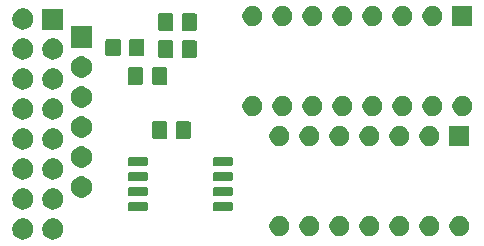
<source format=gbr>
G04 #@! TF.GenerationSoftware,KiCad,Pcbnew,5.1.5+dfsg1-2build2*
G04 #@! TF.CreationDate,2022-11-08T07:02:07+00:00*
G04 #@! TF.ProjectId,link-up-serial,6c696e6b-2d75-4702-9d73-657269616c2e,rev?*
G04 #@! TF.SameCoordinates,Original*
G04 #@! TF.FileFunction,Soldermask,Top*
G04 #@! TF.FilePolarity,Negative*
%FSLAX46Y46*%
G04 Gerber Fmt 4.6, Leading zero omitted, Abs format (unit mm)*
G04 Created by KiCad (PCBNEW 5.1.5+dfsg1-2build2) date 2022-11-08 07:02:07*
%MOMM*%
%LPD*%
G04 APERTURE LIST*
%ADD10C,0.100000*%
G04 APERTURE END LIST*
D10*
G36*
X96493512Y-120503927D02*
G01*
X96642812Y-120533624D01*
X96806784Y-120601544D01*
X96954354Y-120700147D01*
X97079853Y-120825646D01*
X97178456Y-120973216D01*
X97246376Y-121137188D01*
X97281000Y-121311259D01*
X97281000Y-121488741D01*
X97246376Y-121662812D01*
X97178456Y-121826784D01*
X97079853Y-121974354D01*
X96954354Y-122099853D01*
X96806784Y-122198456D01*
X96642812Y-122266376D01*
X96493512Y-122296073D01*
X96468742Y-122301000D01*
X96291258Y-122301000D01*
X96266488Y-122296073D01*
X96117188Y-122266376D01*
X95953216Y-122198456D01*
X95805646Y-122099853D01*
X95680147Y-121974354D01*
X95581544Y-121826784D01*
X95513624Y-121662812D01*
X95479000Y-121488741D01*
X95479000Y-121311259D01*
X95513624Y-121137188D01*
X95581544Y-120973216D01*
X95680147Y-120825646D01*
X95805646Y-120700147D01*
X95953216Y-120601544D01*
X96117188Y-120533624D01*
X96266488Y-120503927D01*
X96291258Y-120499000D01*
X96468742Y-120499000D01*
X96493512Y-120503927D01*
G37*
G36*
X93953512Y-120503927D02*
G01*
X94102812Y-120533624D01*
X94266784Y-120601544D01*
X94414354Y-120700147D01*
X94539853Y-120825646D01*
X94638456Y-120973216D01*
X94706376Y-121137188D01*
X94741000Y-121311259D01*
X94741000Y-121488741D01*
X94706376Y-121662812D01*
X94638456Y-121826784D01*
X94539853Y-121974354D01*
X94414354Y-122099853D01*
X94266784Y-122198456D01*
X94102812Y-122266376D01*
X93953512Y-122296073D01*
X93928742Y-122301000D01*
X93751258Y-122301000D01*
X93726488Y-122296073D01*
X93577188Y-122266376D01*
X93413216Y-122198456D01*
X93265646Y-122099853D01*
X93140147Y-121974354D01*
X93041544Y-121826784D01*
X92973624Y-121662812D01*
X92939000Y-121488741D01*
X92939000Y-121311259D01*
X92973624Y-121137188D01*
X93041544Y-120973216D01*
X93140147Y-120825646D01*
X93265646Y-120700147D01*
X93413216Y-120601544D01*
X93577188Y-120533624D01*
X93726488Y-120503927D01*
X93751258Y-120499000D01*
X93928742Y-120499000D01*
X93953512Y-120503927D01*
G37*
G36*
X120898228Y-120339703D02*
G01*
X121053100Y-120403853D01*
X121192481Y-120496985D01*
X121311015Y-120615519D01*
X121404147Y-120754900D01*
X121468297Y-120909772D01*
X121501000Y-121074184D01*
X121501000Y-121241816D01*
X121468297Y-121406228D01*
X121404147Y-121561100D01*
X121311015Y-121700481D01*
X121192481Y-121819015D01*
X121053100Y-121912147D01*
X120898228Y-121976297D01*
X120733816Y-122009000D01*
X120566184Y-122009000D01*
X120401772Y-121976297D01*
X120246900Y-121912147D01*
X120107519Y-121819015D01*
X119988985Y-121700481D01*
X119895853Y-121561100D01*
X119831703Y-121406228D01*
X119799000Y-121241816D01*
X119799000Y-121074184D01*
X119831703Y-120909772D01*
X119895853Y-120754900D01*
X119988985Y-120615519D01*
X120107519Y-120496985D01*
X120246900Y-120403853D01*
X120401772Y-120339703D01*
X120566184Y-120307000D01*
X120733816Y-120307000D01*
X120898228Y-120339703D01*
G37*
G36*
X123438228Y-120339703D02*
G01*
X123593100Y-120403853D01*
X123732481Y-120496985D01*
X123851015Y-120615519D01*
X123944147Y-120754900D01*
X124008297Y-120909772D01*
X124041000Y-121074184D01*
X124041000Y-121241816D01*
X124008297Y-121406228D01*
X123944147Y-121561100D01*
X123851015Y-121700481D01*
X123732481Y-121819015D01*
X123593100Y-121912147D01*
X123438228Y-121976297D01*
X123273816Y-122009000D01*
X123106184Y-122009000D01*
X122941772Y-121976297D01*
X122786900Y-121912147D01*
X122647519Y-121819015D01*
X122528985Y-121700481D01*
X122435853Y-121561100D01*
X122371703Y-121406228D01*
X122339000Y-121241816D01*
X122339000Y-121074184D01*
X122371703Y-120909772D01*
X122435853Y-120754900D01*
X122528985Y-120615519D01*
X122647519Y-120496985D01*
X122786900Y-120403853D01*
X122941772Y-120339703D01*
X123106184Y-120307000D01*
X123273816Y-120307000D01*
X123438228Y-120339703D01*
G37*
G36*
X131058228Y-120339703D02*
G01*
X131213100Y-120403853D01*
X131352481Y-120496985D01*
X131471015Y-120615519D01*
X131564147Y-120754900D01*
X131628297Y-120909772D01*
X131661000Y-121074184D01*
X131661000Y-121241816D01*
X131628297Y-121406228D01*
X131564147Y-121561100D01*
X131471015Y-121700481D01*
X131352481Y-121819015D01*
X131213100Y-121912147D01*
X131058228Y-121976297D01*
X130893816Y-122009000D01*
X130726184Y-122009000D01*
X130561772Y-121976297D01*
X130406900Y-121912147D01*
X130267519Y-121819015D01*
X130148985Y-121700481D01*
X130055853Y-121561100D01*
X129991703Y-121406228D01*
X129959000Y-121241816D01*
X129959000Y-121074184D01*
X129991703Y-120909772D01*
X130055853Y-120754900D01*
X130148985Y-120615519D01*
X130267519Y-120496985D01*
X130406900Y-120403853D01*
X130561772Y-120339703D01*
X130726184Y-120307000D01*
X130893816Y-120307000D01*
X131058228Y-120339703D01*
G37*
G36*
X125978228Y-120339703D02*
G01*
X126133100Y-120403853D01*
X126272481Y-120496985D01*
X126391015Y-120615519D01*
X126484147Y-120754900D01*
X126548297Y-120909772D01*
X126581000Y-121074184D01*
X126581000Y-121241816D01*
X126548297Y-121406228D01*
X126484147Y-121561100D01*
X126391015Y-121700481D01*
X126272481Y-121819015D01*
X126133100Y-121912147D01*
X125978228Y-121976297D01*
X125813816Y-122009000D01*
X125646184Y-122009000D01*
X125481772Y-121976297D01*
X125326900Y-121912147D01*
X125187519Y-121819015D01*
X125068985Y-121700481D01*
X124975853Y-121561100D01*
X124911703Y-121406228D01*
X124879000Y-121241816D01*
X124879000Y-121074184D01*
X124911703Y-120909772D01*
X124975853Y-120754900D01*
X125068985Y-120615519D01*
X125187519Y-120496985D01*
X125326900Y-120403853D01*
X125481772Y-120339703D01*
X125646184Y-120307000D01*
X125813816Y-120307000D01*
X125978228Y-120339703D01*
G37*
G36*
X128518228Y-120339703D02*
G01*
X128673100Y-120403853D01*
X128812481Y-120496985D01*
X128931015Y-120615519D01*
X129024147Y-120754900D01*
X129088297Y-120909772D01*
X129121000Y-121074184D01*
X129121000Y-121241816D01*
X129088297Y-121406228D01*
X129024147Y-121561100D01*
X128931015Y-121700481D01*
X128812481Y-121819015D01*
X128673100Y-121912147D01*
X128518228Y-121976297D01*
X128353816Y-122009000D01*
X128186184Y-122009000D01*
X128021772Y-121976297D01*
X127866900Y-121912147D01*
X127727519Y-121819015D01*
X127608985Y-121700481D01*
X127515853Y-121561100D01*
X127451703Y-121406228D01*
X127419000Y-121241816D01*
X127419000Y-121074184D01*
X127451703Y-120909772D01*
X127515853Y-120754900D01*
X127608985Y-120615519D01*
X127727519Y-120496985D01*
X127866900Y-120403853D01*
X128021772Y-120339703D01*
X128186184Y-120307000D01*
X128353816Y-120307000D01*
X128518228Y-120339703D01*
G37*
G36*
X115818228Y-120339703D02*
G01*
X115973100Y-120403853D01*
X116112481Y-120496985D01*
X116231015Y-120615519D01*
X116324147Y-120754900D01*
X116388297Y-120909772D01*
X116421000Y-121074184D01*
X116421000Y-121241816D01*
X116388297Y-121406228D01*
X116324147Y-121561100D01*
X116231015Y-121700481D01*
X116112481Y-121819015D01*
X115973100Y-121912147D01*
X115818228Y-121976297D01*
X115653816Y-122009000D01*
X115486184Y-122009000D01*
X115321772Y-121976297D01*
X115166900Y-121912147D01*
X115027519Y-121819015D01*
X114908985Y-121700481D01*
X114815853Y-121561100D01*
X114751703Y-121406228D01*
X114719000Y-121241816D01*
X114719000Y-121074184D01*
X114751703Y-120909772D01*
X114815853Y-120754900D01*
X114908985Y-120615519D01*
X115027519Y-120496985D01*
X115166900Y-120403853D01*
X115321772Y-120339703D01*
X115486184Y-120307000D01*
X115653816Y-120307000D01*
X115818228Y-120339703D01*
G37*
G36*
X118358228Y-120339703D02*
G01*
X118513100Y-120403853D01*
X118652481Y-120496985D01*
X118771015Y-120615519D01*
X118864147Y-120754900D01*
X118928297Y-120909772D01*
X118961000Y-121074184D01*
X118961000Y-121241816D01*
X118928297Y-121406228D01*
X118864147Y-121561100D01*
X118771015Y-121700481D01*
X118652481Y-121819015D01*
X118513100Y-121912147D01*
X118358228Y-121976297D01*
X118193816Y-122009000D01*
X118026184Y-122009000D01*
X117861772Y-121976297D01*
X117706900Y-121912147D01*
X117567519Y-121819015D01*
X117448985Y-121700481D01*
X117355853Y-121561100D01*
X117291703Y-121406228D01*
X117259000Y-121241816D01*
X117259000Y-121074184D01*
X117291703Y-120909772D01*
X117355853Y-120754900D01*
X117448985Y-120615519D01*
X117567519Y-120496985D01*
X117706900Y-120403853D01*
X117861772Y-120339703D01*
X118026184Y-120307000D01*
X118193816Y-120307000D01*
X118358228Y-120339703D01*
G37*
G36*
X104347928Y-119158764D02*
G01*
X104369009Y-119165160D01*
X104388445Y-119175548D01*
X104405476Y-119189524D01*
X104419452Y-119206555D01*
X104429840Y-119225991D01*
X104436236Y-119247072D01*
X104439000Y-119275140D01*
X104439000Y-119738860D01*
X104436236Y-119766928D01*
X104429840Y-119788009D01*
X104419452Y-119807445D01*
X104405476Y-119824476D01*
X104388445Y-119838452D01*
X104369009Y-119848840D01*
X104347928Y-119855236D01*
X104319860Y-119858000D01*
X102856140Y-119858000D01*
X102828072Y-119855236D01*
X102806991Y-119848840D01*
X102787555Y-119838452D01*
X102770524Y-119824476D01*
X102756548Y-119807445D01*
X102746160Y-119788009D01*
X102739764Y-119766928D01*
X102737000Y-119738860D01*
X102737000Y-119275140D01*
X102739764Y-119247072D01*
X102746160Y-119225991D01*
X102756548Y-119206555D01*
X102770524Y-119189524D01*
X102787555Y-119175548D01*
X102806991Y-119165160D01*
X102828072Y-119158764D01*
X102856140Y-119156000D01*
X104319860Y-119156000D01*
X104347928Y-119158764D01*
G37*
G36*
X111547928Y-119158764D02*
G01*
X111569009Y-119165160D01*
X111588445Y-119175548D01*
X111605476Y-119189524D01*
X111619452Y-119206555D01*
X111629840Y-119225991D01*
X111636236Y-119247072D01*
X111639000Y-119275140D01*
X111639000Y-119738860D01*
X111636236Y-119766928D01*
X111629840Y-119788009D01*
X111619452Y-119807445D01*
X111605476Y-119824476D01*
X111588445Y-119838452D01*
X111569009Y-119848840D01*
X111547928Y-119855236D01*
X111519860Y-119858000D01*
X110056140Y-119858000D01*
X110028072Y-119855236D01*
X110006991Y-119848840D01*
X109987555Y-119838452D01*
X109970524Y-119824476D01*
X109956548Y-119807445D01*
X109946160Y-119788009D01*
X109939764Y-119766928D01*
X109937000Y-119738860D01*
X109937000Y-119275140D01*
X109939764Y-119247072D01*
X109946160Y-119225991D01*
X109956548Y-119206555D01*
X109970524Y-119189524D01*
X109987555Y-119175548D01*
X110006991Y-119165160D01*
X110028072Y-119158764D01*
X110056140Y-119156000D01*
X111519860Y-119156000D01*
X111547928Y-119158764D01*
G37*
G36*
X96493512Y-117963927D02*
G01*
X96642812Y-117993624D01*
X96806784Y-118061544D01*
X96954354Y-118160147D01*
X97079853Y-118285646D01*
X97178456Y-118433216D01*
X97246376Y-118597188D01*
X97281000Y-118771259D01*
X97281000Y-118948741D01*
X97246376Y-119122812D01*
X97178456Y-119286784D01*
X97079853Y-119434354D01*
X96954354Y-119559853D01*
X96806784Y-119658456D01*
X96642812Y-119726376D01*
X96493512Y-119756073D01*
X96468742Y-119761000D01*
X96291258Y-119761000D01*
X96266488Y-119756073D01*
X96117188Y-119726376D01*
X95953216Y-119658456D01*
X95805646Y-119559853D01*
X95680147Y-119434354D01*
X95581544Y-119286784D01*
X95513624Y-119122812D01*
X95479000Y-118948741D01*
X95479000Y-118771259D01*
X95513624Y-118597188D01*
X95581544Y-118433216D01*
X95680147Y-118285646D01*
X95805646Y-118160147D01*
X95953216Y-118061544D01*
X96117188Y-117993624D01*
X96266488Y-117963927D01*
X96291258Y-117959000D01*
X96468742Y-117959000D01*
X96493512Y-117963927D01*
G37*
G36*
X93953512Y-117963927D02*
G01*
X94102812Y-117993624D01*
X94266784Y-118061544D01*
X94414354Y-118160147D01*
X94539853Y-118285646D01*
X94638456Y-118433216D01*
X94706376Y-118597188D01*
X94741000Y-118771259D01*
X94741000Y-118948741D01*
X94706376Y-119122812D01*
X94638456Y-119286784D01*
X94539853Y-119434354D01*
X94414354Y-119559853D01*
X94266784Y-119658456D01*
X94102812Y-119726376D01*
X93953512Y-119756073D01*
X93928742Y-119761000D01*
X93751258Y-119761000D01*
X93726488Y-119756073D01*
X93577188Y-119726376D01*
X93413216Y-119658456D01*
X93265646Y-119559853D01*
X93140147Y-119434354D01*
X93041544Y-119286784D01*
X92973624Y-119122812D01*
X92939000Y-118948741D01*
X92939000Y-118771259D01*
X92973624Y-118597188D01*
X93041544Y-118433216D01*
X93140147Y-118285646D01*
X93265646Y-118160147D01*
X93413216Y-118061544D01*
X93577188Y-117993624D01*
X93726488Y-117963927D01*
X93751258Y-117959000D01*
X93928742Y-117959000D01*
X93953512Y-117963927D01*
G37*
G36*
X98919512Y-116959927D02*
G01*
X99068812Y-116989624D01*
X99232784Y-117057544D01*
X99380354Y-117156147D01*
X99505853Y-117281646D01*
X99604456Y-117429216D01*
X99672376Y-117593188D01*
X99707000Y-117767259D01*
X99707000Y-117944741D01*
X99672376Y-118118812D01*
X99604456Y-118282784D01*
X99505853Y-118430354D01*
X99380354Y-118555853D01*
X99232784Y-118654456D01*
X99068812Y-118722376D01*
X98919512Y-118752073D01*
X98894742Y-118757000D01*
X98717258Y-118757000D01*
X98692488Y-118752073D01*
X98543188Y-118722376D01*
X98379216Y-118654456D01*
X98231646Y-118555853D01*
X98106147Y-118430354D01*
X98007544Y-118282784D01*
X97939624Y-118118812D01*
X97905000Y-117944741D01*
X97905000Y-117767259D01*
X97939624Y-117593188D01*
X98007544Y-117429216D01*
X98106147Y-117281646D01*
X98231646Y-117156147D01*
X98379216Y-117057544D01*
X98543188Y-116989624D01*
X98692488Y-116959927D01*
X98717258Y-116955000D01*
X98894742Y-116955000D01*
X98919512Y-116959927D01*
G37*
G36*
X111547928Y-117888764D02*
G01*
X111569009Y-117895160D01*
X111588445Y-117905548D01*
X111605476Y-117919524D01*
X111619452Y-117936555D01*
X111629840Y-117955991D01*
X111636236Y-117977072D01*
X111639000Y-118005140D01*
X111639000Y-118468860D01*
X111636236Y-118496928D01*
X111629840Y-118518009D01*
X111619452Y-118537445D01*
X111605476Y-118554476D01*
X111588445Y-118568452D01*
X111569009Y-118578840D01*
X111547928Y-118585236D01*
X111519860Y-118588000D01*
X110056140Y-118588000D01*
X110028072Y-118585236D01*
X110006991Y-118578840D01*
X109987555Y-118568452D01*
X109970524Y-118554476D01*
X109956548Y-118537445D01*
X109946160Y-118518009D01*
X109939764Y-118496928D01*
X109937000Y-118468860D01*
X109937000Y-118005140D01*
X109939764Y-117977072D01*
X109946160Y-117955991D01*
X109956548Y-117936555D01*
X109970524Y-117919524D01*
X109987555Y-117905548D01*
X110006991Y-117895160D01*
X110028072Y-117888764D01*
X110056140Y-117886000D01*
X111519860Y-117886000D01*
X111547928Y-117888764D01*
G37*
G36*
X104347928Y-117888764D02*
G01*
X104369009Y-117895160D01*
X104388445Y-117905548D01*
X104405476Y-117919524D01*
X104419452Y-117936555D01*
X104429840Y-117955991D01*
X104436236Y-117977072D01*
X104439000Y-118005140D01*
X104439000Y-118468860D01*
X104436236Y-118496928D01*
X104429840Y-118518009D01*
X104419452Y-118537445D01*
X104405476Y-118554476D01*
X104388445Y-118568452D01*
X104369009Y-118578840D01*
X104347928Y-118585236D01*
X104319860Y-118588000D01*
X102856140Y-118588000D01*
X102828072Y-118585236D01*
X102806991Y-118578840D01*
X102787555Y-118568452D01*
X102770524Y-118554476D01*
X102756548Y-118537445D01*
X102746160Y-118518009D01*
X102739764Y-118496928D01*
X102737000Y-118468860D01*
X102737000Y-118005140D01*
X102739764Y-117977072D01*
X102746160Y-117955991D01*
X102756548Y-117936555D01*
X102770524Y-117919524D01*
X102787555Y-117905548D01*
X102806991Y-117895160D01*
X102828072Y-117888764D01*
X102856140Y-117886000D01*
X104319860Y-117886000D01*
X104347928Y-117888764D01*
G37*
G36*
X104347928Y-116618764D02*
G01*
X104369009Y-116625160D01*
X104388445Y-116635548D01*
X104405476Y-116649524D01*
X104419452Y-116666555D01*
X104429840Y-116685991D01*
X104436236Y-116707072D01*
X104439000Y-116735140D01*
X104439000Y-117198860D01*
X104436236Y-117226928D01*
X104429840Y-117248009D01*
X104419452Y-117267445D01*
X104405476Y-117284476D01*
X104388445Y-117298452D01*
X104369009Y-117308840D01*
X104347928Y-117315236D01*
X104319860Y-117318000D01*
X102856140Y-117318000D01*
X102828072Y-117315236D01*
X102806991Y-117308840D01*
X102787555Y-117298452D01*
X102770524Y-117284476D01*
X102756548Y-117267445D01*
X102746160Y-117248009D01*
X102739764Y-117226928D01*
X102737000Y-117198860D01*
X102737000Y-116735140D01*
X102739764Y-116707072D01*
X102746160Y-116685991D01*
X102756548Y-116666555D01*
X102770524Y-116649524D01*
X102787555Y-116635548D01*
X102806991Y-116625160D01*
X102828072Y-116618764D01*
X102856140Y-116616000D01*
X104319860Y-116616000D01*
X104347928Y-116618764D01*
G37*
G36*
X111547928Y-116618764D02*
G01*
X111569009Y-116625160D01*
X111588445Y-116635548D01*
X111605476Y-116649524D01*
X111619452Y-116666555D01*
X111629840Y-116685991D01*
X111636236Y-116707072D01*
X111639000Y-116735140D01*
X111639000Y-117198860D01*
X111636236Y-117226928D01*
X111629840Y-117248009D01*
X111619452Y-117267445D01*
X111605476Y-117284476D01*
X111588445Y-117298452D01*
X111569009Y-117308840D01*
X111547928Y-117315236D01*
X111519860Y-117318000D01*
X110056140Y-117318000D01*
X110028072Y-117315236D01*
X110006991Y-117308840D01*
X109987555Y-117298452D01*
X109970524Y-117284476D01*
X109956548Y-117267445D01*
X109946160Y-117248009D01*
X109939764Y-117226928D01*
X109937000Y-117198860D01*
X109937000Y-116735140D01*
X109939764Y-116707072D01*
X109946160Y-116685991D01*
X109956548Y-116666555D01*
X109970524Y-116649524D01*
X109987555Y-116635548D01*
X110006991Y-116625160D01*
X110028072Y-116618764D01*
X110056140Y-116616000D01*
X111519860Y-116616000D01*
X111547928Y-116618764D01*
G37*
G36*
X93953512Y-115423927D02*
G01*
X94102812Y-115453624D01*
X94266784Y-115521544D01*
X94414354Y-115620147D01*
X94539853Y-115745646D01*
X94638456Y-115893216D01*
X94706376Y-116057188D01*
X94741000Y-116231259D01*
X94741000Y-116408741D01*
X94706376Y-116582812D01*
X94638456Y-116746784D01*
X94539853Y-116894354D01*
X94414354Y-117019853D01*
X94266784Y-117118456D01*
X94102812Y-117186376D01*
X93953512Y-117216073D01*
X93928742Y-117221000D01*
X93751258Y-117221000D01*
X93726488Y-117216073D01*
X93577188Y-117186376D01*
X93413216Y-117118456D01*
X93265646Y-117019853D01*
X93140147Y-116894354D01*
X93041544Y-116746784D01*
X92973624Y-116582812D01*
X92939000Y-116408741D01*
X92939000Y-116231259D01*
X92973624Y-116057188D01*
X93041544Y-115893216D01*
X93140147Y-115745646D01*
X93265646Y-115620147D01*
X93413216Y-115521544D01*
X93577188Y-115453624D01*
X93726488Y-115423927D01*
X93751258Y-115419000D01*
X93928742Y-115419000D01*
X93953512Y-115423927D01*
G37*
G36*
X96493512Y-115423927D02*
G01*
X96642812Y-115453624D01*
X96806784Y-115521544D01*
X96954354Y-115620147D01*
X97079853Y-115745646D01*
X97178456Y-115893216D01*
X97246376Y-116057188D01*
X97281000Y-116231259D01*
X97281000Y-116408741D01*
X97246376Y-116582812D01*
X97178456Y-116746784D01*
X97079853Y-116894354D01*
X96954354Y-117019853D01*
X96806784Y-117118456D01*
X96642812Y-117186376D01*
X96493512Y-117216073D01*
X96468742Y-117221000D01*
X96291258Y-117221000D01*
X96266488Y-117216073D01*
X96117188Y-117186376D01*
X95953216Y-117118456D01*
X95805646Y-117019853D01*
X95680147Y-116894354D01*
X95581544Y-116746784D01*
X95513624Y-116582812D01*
X95479000Y-116408741D01*
X95479000Y-116231259D01*
X95513624Y-116057188D01*
X95581544Y-115893216D01*
X95680147Y-115745646D01*
X95805646Y-115620147D01*
X95953216Y-115521544D01*
X96117188Y-115453624D01*
X96266488Y-115423927D01*
X96291258Y-115419000D01*
X96468742Y-115419000D01*
X96493512Y-115423927D01*
G37*
G36*
X98919512Y-114419927D02*
G01*
X99068812Y-114449624D01*
X99232784Y-114517544D01*
X99380354Y-114616147D01*
X99505853Y-114741646D01*
X99604456Y-114889216D01*
X99672376Y-115053188D01*
X99707000Y-115227259D01*
X99707000Y-115404741D01*
X99672376Y-115578812D01*
X99604456Y-115742784D01*
X99505853Y-115890354D01*
X99380354Y-116015853D01*
X99232784Y-116114456D01*
X99068812Y-116182376D01*
X98919512Y-116212073D01*
X98894742Y-116217000D01*
X98717258Y-116217000D01*
X98692488Y-116212073D01*
X98543188Y-116182376D01*
X98379216Y-116114456D01*
X98231646Y-116015853D01*
X98106147Y-115890354D01*
X98007544Y-115742784D01*
X97939624Y-115578812D01*
X97905000Y-115404741D01*
X97905000Y-115227259D01*
X97939624Y-115053188D01*
X98007544Y-114889216D01*
X98106147Y-114741646D01*
X98231646Y-114616147D01*
X98379216Y-114517544D01*
X98543188Y-114449624D01*
X98692488Y-114419927D01*
X98717258Y-114415000D01*
X98894742Y-114415000D01*
X98919512Y-114419927D01*
G37*
G36*
X111547928Y-115348764D02*
G01*
X111569009Y-115355160D01*
X111588445Y-115365548D01*
X111605476Y-115379524D01*
X111619452Y-115396555D01*
X111629840Y-115415991D01*
X111636236Y-115437072D01*
X111639000Y-115465140D01*
X111639000Y-115928860D01*
X111636236Y-115956928D01*
X111629840Y-115978009D01*
X111619452Y-115997445D01*
X111605476Y-116014476D01*
X111588445Y-116028452D01*
X111569009Y-116038840D01*
X111547928Y-116045236D01*
X111519860Y-116048000D01*
X110056140Y-116048000D01*
X110028072Y-116045236D01*
X110006991Y-116038840D01*
X109987555Y-116028452D01*
X109970524Y-116014476D01*
X109956548Y-115997445D01*
X109946160Y-115978009D01*
X109939764Y-115956928D01*
X109937000Y-115928860D01*
X109937000Y-115465140D01*
X109939764Y-115437072D01*
X109946160Y-115415991D01*
X109956548Y-115396555D01*
X109970524Y-115379524D01*
X109987555Y-115365548D01*
X110006991Y-115355160D01*
X110028072Y-115348764D01*
X110056140Y-115346000D01*
X111519860Y-115346000D01*
X111547928Y-115348764D01*
G37*
G36*
X104347928Y-115348764D02*
G01*
X104369009Y-115355160D01*
X104388445Y-115365548D01*
X104405476Y-115379524D01*
X104419452Y-115396555D01*
X104429840Y-115415991D01*
X104436236Y-115437072D01*
X104439000Y-115465140D01*
X104439000Y-115928860D01*
X104436236Y-115956928D01*
X104429840Y-115978009D01*
X104419452Y-115997445D01*
X104405476Y-116014476D01*
X104388445Y-116028452D01*
X104369009Y-116038840D01*
X104347928Y-116045236D01*
X104319860Y-116048000D01*
X102856140Y-116048000D01*
X102828072Y-116045236D01*
X102806991Y-116038840D01*
X102787555Y-116028452D01*
X102770524Y-116014476D01*
X102756548Y-115997445D01*
X102746160Y-115978009D01*
X102739764Y-115956928D01*
X102737000Y-115928860D01*
X102737000Y-115465140D01*
X102739764Y-115437072D01*
X102746160Y-115415991D01*
X102756548Y-115396555D01*
X102770524Y-115379524D01*
X102787555Y-115365548D01*
X102806991Y-115355160D01*
X102828072Y-115348764D01*
X102856140Y-115346000D01*
X104319860Y-115346000D01*
X104347928Y-115348764D01*
G37*
G36*
X96493512Y-112883927D02*
G01*
X96642812Y-112913624D01*
X96806784Y-112981544D01*
X96954354Y-113080147D01*
X97079853Y-113205646D01*
X97178456Y-113353216D01*
X97246376Y-113517188D01*
X97281000Y-113691259D01*
X97281000Y-113868741D01*
X97246376Y-114042812D01*
X97178456Y-114206784D01*
X97079853Y-114354354D01*
X96954354Y-114479853D01*
X96806784Y-114578456D01*
X96642812Y-114646376D01*
X96493512Y-114676073D01*
X96468742Y-114681000D01*
X96291258Y-114681000D01*
X96266488Y-114676073D01*
X96117188Y-114646376D01*
X95953216Y-114578456D01*
X95805646Y-114479853D01*
X95680147Y-114354354D01*
X95581544Y-114206784D01*
X95513624Y-114042812D01*
X95479000Y-113868741D01*
X95479000Y-113691259D01*
X95513624Y-113517188D01*
X95581544Y-113353216D01*
X95680147Y-113205646D01*
X95805646Y-113080147D01*
X95953216Y-112981544D01*
X96117188Y-112913624D01*
X96266488Y-112883927D01*
X96291258Y-112879000D01*
X96468742Y-112879000D01*
X96493512Y-112883927D01*
G37*
G36*
X93953512Y-112883927D02*
G01*
X94102812Y-112913624D01*
X94266784Y-112981544D01*
X94414354Y-113080147D01*
X94539853Y-113205646D01*
X94638456Y-113353216D01*
X94706376Y-113517188D01*
X94741000Y-113691259D01*
X94741000Y-113868741D01*
X94706376Y-114042812D01*
X94638456Y-114206784D01*
X94539853Y-114354354D01*
X94414354Y-114479853D01*
X94266784Y-114578456D01*
X94102812Y-114646376D01*
X93953512Y-114676073D01*
X93928742Y-114681000D01*
X93751258Y-114681000D01*
X93726488Y-114676073D01*
X93577188Y-114646376D01*
X93413216Y-114578456D01*
X93265646Y-114479853D01*
X93140147Y-114354354D01*
X93041544Y-114206784D01*
X92973624Y-114042812D01*
X92939000Y-113868741D01*
X92939000Y-113691259D01*
X92973624Y-113517188D01*
X93041544Y-113353216D01*
X93140147Y-113205646D01*
X93265646Y-113080147D01*
X93413216Y-112981544D01*
X93577188Y-112913624D01*
X93726488Y-112883927D01*
X93751258Y-112879000D01*
X93928742Y-112879000D01*
X93953512Y-112883927D01*
G37*
G36*
X128518228Y-112719703D02*
G01*
X128673100Y-112783853D01*
X128812481Y-112876985D01*
X128931015Y-112995519D01*
X129024147Y-113134900D01*
X129088297Y-113289772D01*
X129121000Y-113454184D01*
X129121000Y-113621816D01*
X129088297Y-113786228D01*
X129024147Y-113941100D01*
X128931015Y-114080481D01*
X128812481Y-114199015D01*
X128673100Y-114292147D01*
X128518228Y-114356297D01*
X128353816Y-114389000D01*
X128186184Y-114389000D01*
X128021772Y-114356297D01*
X127866900Y-114292147D01*
X127727519Y-114199015D01*
X127608985Y-114080481D01*
X127515853Y-113941100D01*
X127451703Y-113786228D01*
X127419000Y-113621816D01*
X127419000Y-113454184D01*
X127451703Y-113289772D01*
X127515853Y-113134900D01*
X127608985Y-112995519D01*
X127727519Y-112876985D01*
X127866900Y-112783853D01*
X128021772Y-112719703D01*
X128186184Y-112687000D01*
X128353816Y-112687000D01*
X128518228Y-112719703D01*
G37*
G36*
X115818228Y-112719703D02*
G01*
X115973100Y-112783853D01*
X116112481Y-112876985D01*
X116231015Y-112995519D01*
X116324147Y-113134900D01*
X116388297Y-113289772D01*
X116421000Y-113454184D01*
X116421000Y-113621816D01*
X116388297Y-113786228D01*
X116324147Y-113941100D01*
X116231015Y-114080481D01*
X116112481Y-114199015D01*
X115973100Y-114292147D01*
X115818228Y-114356297D01*
X115653816Y-114389000D01*
X115486184Y-114389000D01*
X115321772Y-114356297D01*
X115166900Y-114292147D01*
X115027519Y-114199015D01*
X114908985Y-114080481D01*
X114815853Y-113941100D01*
X114751703Y-113786228D01*
X114719000Y-113621816D01*
X114719000Y-113454184D01*
X114751703Y-113289772D01*
X114815853Y-113134900D01*
X114908985Y-112995519D01*
X115027519Y-112876985D01*
X115166900Y-112783853D01*
X115321772Y-112719703D01*
X115486184Y-112687000D01*
X115653816Y-112687000D01*
X115818228Y-112719703D01*
G37*
G36*
X120898228Y-112719703D02*
G01*
X121053100Y-112783853D01*
X121192481Y-112876985D01*
X121311015Y-112995519D01*
X121404147Y-113134900D01*
X121468297Y-113289772D01*
X121501000Y-113454184D01*
X121501000Y-113621816D01*
X121468297Y-113786228D01*
X121404147Y-113941100D01*
X121311015Y-114080481D01*
X121192481Y-114199015D01*
X121053100Y-114292147D01*
X120898228Y-114356297D01*
X120733816Y-114389000D01*
X120566184Y-114389000D01*
X120401772Y-114356297D01*
X120246900Y-114292147D01*
X120107519Y-114199015D01*
X119988985Y-114080481D01*
X119895853Y-113941100D01*
X119831703Y-113786228D01*
X119799000Y-113621816D01*
X119799000Y-113454184D01*
X119831703Y-113289772D01*
X119895853Y-113134900D01*
X119988985Y-112995519D01*
X120107519Y-112876985D01*
X120246900Y-112783853D01*
X120401772Y-112719703D01*
X120566184Y-112687000D01*
X120733816Y-112687000D01*
X120898228Y-112719703D01*
G37*
G36*
X123438228Y-112719703D02*
G01*
X123593100Y-112783853D01*
X123732481Y-112876985D01*
X123851015Y-112995519D01*
X123944147Y-113134900D01*
X124008297Y-113289772D01*
X124041000Y-113454184D01*
X124041000Y-113621816D01*
X124008297Y-113786228D01*
X123944147Y-113941100D01*
X123851015Y-114080481D01*
X123732481Y-114199015D01*
X123593100Y-114292147D01*
X123438228Y-114356297D01*
X123273816Y-114389000D01*
X123106184Y-114389000D01*
X122941772Y-114356297D01*
X122786900Y-114292147D01*
X122647519Y-114199015D01*
X122528985Y-114080481D01*
X122435853Y-113941100D01*
X122371703Y-113786228D01*
X122339000Y-113621816D01*
X122339000Y-113454184D01*
X122371703Y-113289772D01*
X122435853Y-113134900D01*
X122528985Y-112995519D01*
X122647519Y-112876985D01*
X122786900Y-112783853D01*
X122941772Y-112719703D01*
X123106184Y-112687000D01*
X123273816Y-112687000D01*
X123438228Y-112719703D01*
G37*
G36*
X125978228Y-112719703D02*
G01*
X126133100Y-112783853D01*
X126272481Y-112876985D01*
X126391015Y-112995519D01*
X126484147Y-113134900D01*
X126548297Y-113289772D01*
X126581000Y-113454184D01*
X126581000Y-113621816D01*
X126548297Y-113786228D01*
X126484147Y-113941100D01*
X126391015Y-114080481D01*
X126272481Y-114199015D01*
X126133100Y-114292147D01*
X125978228Y-114356297D01*
X125813816Y-114389000D01*
X125646184Y-114389000D01*
X125481772Y-114356297D01*
X125326900Y-114292147D01*
X125187519Y-114199015D01*
X125068985Y-114080481D01*
X124975853Y-113941100D01*
X124911703Y-113786228D01*
X124879000Y-113621816D01*
X124879000Y-113454184D01*
X124911703Y-113289772D01*
X124975853Y-113134900D01*
X125068985Y-112995519D01*
X125187519Y-112876985D01*
X125326900Y-112783853D01*
X125481772Y-112719703D01*
X125646184Y-112687000D01*
X125813816Y-112687000D01*
X125978228Y-112719703D01*
G37*
G36*
X131661000Y-114389000D02*
G01*
X129959000Y-114389000D01*
X129959000Y-112687000D01*
X131661000Y-112687000D01*
X131661000Y-114389000D01*
G37*
G36*
X118358228Y-112719703D02*
G01*
X118513100Y-112783853D01*
X118652481Y-112876985D01*
X118771015Y-112995519D01*
X118864147Y-113134900D01*
X118928297Y-113289772D01*
X118961000Y-113454184D01*
X118961000Y-113621816D01*
X118928297Y-113786228D01*
X118864147Y-113941100D01*
X118771015Y-114080481D01*
X118652481Y-114199015D01*
X118513100Y-114292147D01*
X118358228Y-114356297D01*
X118193816Y-114389000D01*
X118026184Y-114389000D01*
X117861772Y-114356297D01*
X117706900Y-114292147D01*
X117567519Y-114199015D01*
X117448985Y-114080481D01*
X117355853Y-113941100D01*
X117291703Y-113786228D01*
X117259000Y-113621816D01*
X117259000Y-113454184D01*
X117291703Y-113289772D01*
X117355853Y-113134900D01*
X117448985Y-112995519D01*
X117567519Y-112876985D01*
X117706900Y-112783853D01*
X117861772Y-112719703D01*
X118026184Y-112687000D01*
X118193816Y-112687000D01*
X118358228Y-112719703D01*
G37*
G36*
X107917242Y-112283404D02*
G01*
X107954337Y-112294657D01*
X107988515Y-112312925D01*
X108018481Y-112337519D01*
X108043075Y-112367485D01*
X108061343Y-112401663D01*
X108072596Y-112438758D01*
X108077000Y-112483474D01*
X108077000Y-113576526D01*
X108072596Y-113621242D01*
X108061343Y-113658337D01*
X108043075Y-113692515D01*
X108018481Y-113722481D01*
X107988515Y-113747075D01*
X107954337Y-113765343D01*
X107917242Y-113776596D01*
X107872526Y-113781000D01*
X106979474Y-113781000D01*
X106934758Y-113776596D01*
X106897663Y-113765343D01*
X106863485Y-113747075D01*
X106833519Y-113722481D01*
X106808925Y-113692515D01*
X106790657Y-113658337D01*
X106779404Y-113621242D01*
X106775000Y-113576526D01*
X106775000Y-112483474D01*
X106779404Y-112438758D01*
X106790657Y-112401663D01*
X106808925Y-112367485D01*
X106833519Y-112337519D01*
X106863485Y-112312925D01*
X106897663Y-112294657D01*
X106934758Y-112283404D01*
X106979474Y-112279000D01*
X107872526Y-112279000D01*
X107917242Y-112283404D01*
G37*
G36*
X105917242Y-112283404D02*
G01*
X105954337Y-112294657D01*
X105988515Y-112312925D01*
X106018481Y-112337519D01*
X106043075Y-112367485D01*
X106061343Y-112401663D01*
X106072596Y-112438758D01*
X106077000Y-112483474D01*
X106077000Y-113576526D01*
X106072596Y-113621242D01*
X106061343Y-113658337D01*
X106043075Y-113692515D01*
X106018481Y-113722481D01*
X105988515Y-113747075D01*
X105954337Y-113765343D01*
X105917242Y-113776596D01*
X105872526Y-113781000D01*
X104979474Y-113781000D01*
X104934758Y-113776596D01*
X104897663Y-113765343D01*
X104863485Y-113747075D01*
X104833519Y-113722481D01*
X104808925Y-113692515D01*
X104790657Y-113658337D01*
X104779404Y-113621242D01*
X104775000Y-113576526D01*
X104775000Y-112483474D01*
X104779404Y-112438758D01*
X104790657Y-112401663D01*
X104808925Y-112367485D01*
X104833519Y-112337519D01*
X104863485Y-112312925D01*
X104897663Y-112294657D01*
X104934758Y-112283404D01*
X104979474Y-112279000D01*
X105872526Y-112279000D01*
X105917242Y-112283404D01*
G37*
G36*
X98919512Y-111879927D02*
G01*
X99068812Y-111909624D01*
X99232784Y-111977544D01*
X99380354Y-112076147D01*
X99505853Y-112201646D01*
X99604456Y-112349216D01*
X99672376Y-112513188D01*
X99702073Y-112662488D01*
X99706949Y-112687000D01*
X99707000Y-112687259D01*
X99707000Y-112864741D01*
X99672376Y-113038812D01*
X99604456Y-113202784D01*
X99505853Y-113350354D01*
X99380354Y-113475853D01*
X99232784Y-113574456D01*
X99068812Y-113642376D01*
X98919512Y-113672073D01*
X98894742Y-113677000D01*
X98717258Y-113677000D01*
X98692488Y-113672073D01*
X98543188Y-113642376D01*
X98379216Y-113574456D01*
X98231646Y-113475853D01*
X98106147Y-113350354D01*
X98007544Y-113202784D01*
X97939624Y-113038812D01*
X97905000Y-112864741D01*
X97905000Y-112687259D01*
X97905052Y-112687000D01*
X97909927Y-112662488D01*
X97939624Y-112513188D01*
X98007544Y-112349216D01*
X98106147Y-112201646D01*
X98231646Y-112076147D01*
X98379216Y-111977544D01*
X98543188Y-111909624D01*
X98692488Y-111879927D01*
X98717258Y-111875000D01*
X98894742Y-111875000D01*
X98919512Y-111879927D01*
G37*
G36*
X96493512Y-110343927D02*
G01*
X96642812Y-110373624D01*
X96806784Y-110441544D01*
X96954354Y-110540147D01*
X97079853Y-110665646D01*
X97178456Y-110813216D01*
X97246376Y-110977188D01*
X97281000Y-111151259D01*
X97281000Y-111328741D01*
X97246376Y-111502812D01*
X97178456Y-111666784D01*
X97079853Y-111814354D01*
X96954354Y-111939853D01*
X96806784Y-112038456D01*
X96642812Y-112106376D01*
X96493512Y-112136073D01*
X96468742Y-112141000D01*
X96291258Y-112141000D01*
X96266488Y-112136073D01*
X96117188Y-112106376D01*
X95953216Y-112038456D01*
X95805646Y-111939853D01*
X95680147Y-111814354D01*
X95581544Y-111666784D01*
X95513624Y-111502812D01*
X95479000Y-111328741D01*
X95479000Y-111151259D01*
X95513624Y-110977188D01*
X95581544Y-110813216D01*
X95680147Y-110665646D01*
X95805646Y-110540147D01*
X95953216Y-110441544D01*
X96117188Y-110373624D01*
X96266488Y-110343927D01*
X96291258Y-110339000D01*
X96468742Y-110339000D01*
X96493512Y-110343927D01*
G37*
G36*
X93953512Y-110343927D02*
G01*
X94102812Y-110373624D01*
X94266784Y-110441544D01*
X94414354Y-110540147D01*
X94539853Y-110665646D01*
X94638456Y-110813216D01*
X94706376Y-110977188D01*
X94741000Y-111151259D01*
X94741000Y-111328741D01*
X94706376Y-111502812D01*
X94638456Y-111666784D01*
X94539853Y-111814354D01*
X94414354Y-111939853D01*
X94266784Y-112038456D01*
X94102812Y-112106376D01*
X93953512Y-112136073D01*
X93928742Y-112141000D01*
X93751258Y-112141000D01*
X93726488Y-112136073D01*
X93577188Y-112106376D01*
X93413216Y-112038456D01*
X93265646Y-111939853D01*
X93140147Y-111814354D01*
X93041544Y-111666784D01*
X92973624Y-111502812D01*
X92939000Y-111328741D01*
X92939000Y-111151259D01*
X92973624Y-110977188D01*
X93041544Y-110813216D01*
X93140147Y-110665646D01*
X93265646Y-110540147D01*
X93413216Y-110441544D01*
X93577188Y-110373624D01*
X93726488Y-110343927D01*
X93751258Y-110339000D01*
X93928742Y-110339000D01*
X93953512Y-110343927D01*
G37*
G36*
X131312228Y-110179703D02*
G01*
X131467100Y-110243853D01*
X131606481Y-110336985D01*
X131725015Y-110455519D01*
X131818147Y-110594900D01*
X131882297Y-110749772D01*
X131915000Y-110914184D01*
X131915000Y-111081816D01*
X131882297Y-111246228D01*
X131818147Y-111401100D01*
X131725015Y-111540481D01*
X131606481Y-111659015D01*
X131467100Y-111752147D01*
X131312228Y-111816297D01*
X131147816Y-111849000D01*
X130980184Y-111849000D01*
X130815772Y-111816297D01*
X130660900Y-111752147D01*
X130521519Y-111659015D01*
X130402985Y-111540481D01*
X130309853Y-111401100D01*
X130245703Y-111246228D01*
X130213000Y-111081816D01*
X130213000Y-110914184D01*
X130245703Y-110749772D01*
X130309853Y-110594900D01*
X130402985Y-110455519D01*
X130521519Y-110336985D01*
X130660900Y-110243853D01*
X130815772Y-110179703D01*
X130980184Y-110147000D01*
X131147816Y-110147000D01*
X131312228Y-110179703D01*
G37*
G36*
X128772228Y-110179703D02*
G01*
X128927100Y-110243853D01*
X129066481Y-110336985D01*
X129185015Y-110455519D01*
X129278147Y-110594900D01*
X129342297Y-110749772D01*
X129375000Y-110914184D01*
X129375000Y-111081816D01*
X129342297Y-111246228D01*
X129278147Y-111401100D01*
X129185015Y-111540481D01*
X129066481Y-111659015D01*
X128927100Y-111752147D01*
X128772228Y-111816297D01*
X128607816Y-111849000D01*
X128440184Y-111849000D01*
X128275772Y-111816297D01*
X128120900Y-111752147D01*
X127981519Y-111659015D01*
X127862985Y-111540481D01*
X127769853Y-111401100D01*
X127705703Y-111246228D01*
X127673000Y-111081816D01*
X127673000Y-110914184D01*
X127705703Y-110749772D01*
X127769853Y-110594900D01*
X127862985Y-110455519D01*
X127981519Y-110336985D01*
X128120900Y-110243853D01*
X128275772Y-110179703D01*
X128440184Y-110147000D01*
X128607816Y-110147000D01*
X128772228Y-110179703D01*
G37*
G36*
X126232228Y-110179703D02*
G01*
X126387100Y-110243853D01*
X126526481Y-110336985D01*
X126645015Y-110455519D01*
X126738147Y-110594900D01*
X126802297Y-110749772D01*
X126835000Y-110914184D01*
X126835000Y-111081816D01*
X126802297Y-111246228D01*
X126738147Y-111401100D01*
X126645015Y-111540481D01*
X126526481Y-111659015D01*
X126387100Y-111752147D01*
X126232228Y-111816297D01*
X126067816Y-111849000D01*
X125900184Y-111849000D01*
X125735772Y-111816297D01*
X125580900Y-111752147D01*
X125441519Y-111659015D01*
X125322985Y-111540481D01*
X125229853Y-111401100D01*
X125165703Y-111246228D01*
X125133000Y-111081816D01*
X125133000Y-110914184D01*
X125165703Y-110749772D01*
X125229853Y-110594900D01*
X125322985Y-110455519D01*
X125441519Y-110336985D01*
X125580900Y-110243853D01*
X125735772Y-110179703D01*
X125900184Y-110147000D01*
X126067816Y-110147000D01*
X126232228Y-110179703D01*
G37*
G36*
X123692228Y-110179703D02*
G01*
X123847100Y-110243853D01*
X123986481Y-110336985D01*
X124105015Y-110455519D01*
X124198147Y-110594900D01*
X124262297Y-110749772D01*
X124295000Y-110914184D01*
X124295000Y-111081816D01*
X124262297Y-111246228D01*
X124198147Y-111401100D01*
X124105015Y-111540481D01*
X123986481Y-111659015D01*
X123847100Y-111752147D01*
X123692228Y-111816297D01*
X123527816Y-111849000D01*
X123360184Y-111849000D01*
X123195772Y-111816297D01*
X123040900Y-111752147D01*
X122901519Y-111659015D01*
X122782985Y-111540481D01*
X122689853Y-111401100D01*
X122625703Y-111246228D01*
X122593000Y-111081816D01*
X122593000Y-110914184D01*
X122625703Y-110749772D01*
X122689853Y-110594900D01*
X122782985Y-110455519D01*
X122901519Y-110336985D01*
X123040900Y-110243853D01*
X123195772Y-110179703D01*
X123360184Y-110147000D01*
X123527816Y-110147000D01*
X123692228Y-110179703D01*
G37*
G36*
X121152228Y-110179703D02*
G01*
X121307100Y-110243853D01*
X121446481Y-110336985D01*
X121565015Y-110455519D01*
X121658147Y-110594900D01*
X121722297Y-110749772D01*
X121755000Y-110914184D01*
X121755000Y-111081816D01*
X121722297Y-111246228D01*
X121658147Y-111401100D01*
X121565015Y-111540481D01*
X121446481Y-111659015D01*
X121307100Y-111752147D01*
X121152228Y-111816297D01*
X120987816Y-111849000D01*
X120820184Y-111849000D01*
X120655772Y-111816297D01*
X120500900Y-111752147D01*
X120361519Y-111659015D01*
X120242985Y-111540481D01*
X120149853Y-111401100D01*
X120085703Y-111246228D01*
X120053000Y-111081816D01*
X120053000Y-110914184D01*
X120085703Y-110749772D01*
X120149853Y-110594900D01*
X120242985Y-110455519D01*
X120361519Y-110336985D01*
X120500900Y-110243853D01*
X120655772Y-110179703D01*
X120820184Y-110147000D01*
X120987816Y-110147000D01*
X121152228Y-110179703D01*
G37*
G36*
X118612228Y-110179703D02*
G01*
X118767100Y-110243853D01*
X118906481Y-110336985D01*
X119025015Y-110455519D01*
X119118147Y-110594900D01*
X119182297Y-110749772D01*
X119215000Y-110914184D01*
X119215000Y-111081816D01*
X119182297Y-111246228D01*
X119118147Y-111401100D01*
X119025015Y-111540481D01*
X118906481Y-111659015D01*
X118767100Y-111752147D01*
X118612228Y-111816297D01*
X118447816Y-111849000D01*
X118280184Y-111849000D01*
X118115772Y-111816297D01*
X117960900Y-111752147D01*
X117821519Y-111659015D01*
X117702985Y-111540481D01*
X117609853Y-111401100D01*
X117545703Y-111246228D01*
X117513000Y-111081816D01*
X117513000Y-110914184D01*
X117545703Y-110749772D01*
X117609853Y-110594900D01*
X117702985Y-110455519D01*
X117821519Y-110336985D01*
X117960900Y-110243853D01*
X118115772Y-110179703D01*
X118280184Y-110147000D01*
X118447816Y-110147000D01*
X118612228Y-110179703D01*
G37*
G36*
X116072228Y-110179703D02*
G01*
X116227100Y-110243853D01*
X116366481Y-110336985D01*
X116485015Y-110455519D01*
X116578147Y-110594900D01*
X116642297Y-110749772D01*
X116675000Y-110914184D01*
X116675000Y-111081816D01*
X116642297Y-111246228D01*
X116578147Y-111401100D01*
X116485015Y-111540481D01*
X116366481Y-111659015D01*
X116227100Y-111752147D01*
X116072228Y-111816297D01*
X115907816Y-111849000D01*
X115740184Y-111849000D01*
X115575772Y-111816297D01*
X115420900Y-111752147D01*
X115281519Y-111659015D01*
X115162985Y-111540481D01*
X115069853Y-111401100D01*
X115005703Y-111246228D01*
X114973000Y-111081816D01*
X114973000Y-110914184D01*
X115005703Y-110749772D01*
X115069853Y-110594900D01*
X115162985Y-110455519D01*
X115281519Y-110336985D01*
X115420900Y-110243853D01*
X115575772Y-110179703D01*
X115740184Y-110147000D01*
X115907816Y-110147000D01*
X116072228Y-110179703D01*
G37*
G36*
X113532228Y-110179703D02*
G01*
X113687100Y-110243853D01*
X113826481Y-110336985D01*
X113945015Y-110455519D01*
X114038147Y-110594900D01*
X114102297Y-110749772D01*
X114135000Y-110914184D01*
X114135000Y-111081816D01*
X114102297Y-111246228D01*
X114038147Y-111401100D01*
X113945015Y-111540481D01*
X113826481Y-111659015D01*
X113687100Y-111752147D01*
X113532228Y-111816297D01*
X113367816Y-111849000D01*
X113200184Y-111849000D01*
X113035772Y-111816297D01*
X112880900Y-111752147D01*
X112741519Y-111659015D01*
X112622985Y-111540481D01*
X112529853Y-111401100D01*
X112465703Y-111246228D01*
X112433000Y-111081816D01*
X112433000Y-110914184D01*
X112465703Y-110749772D01*
X112529853Y-110594900D01*
X112622985Y-110455519D01*
X112741519Y-110336985D01*
X112880900Y-110243853D01*
X113035772Y-110179703D01*
X113200184Y-110147000D01*
X113367816Y-110147000D01*
X113532228Y-110179703D01*
G37*
G36*
X98919512Y-109339927D02*
G01*
X99068812Y-109369624D01*
X99232784Y-109437544D01*
X99380354Y-109536147D01*
X99505853Y-109661646D01*
X99604456Y-109809216D01*
X99672376Y-109973188D01*
X99702073Y-110122488D01*
X99706949Y-110147000D01*
X99707000Y-110147259D01*
X99707000Y-110324741D01*
X99672376Y-110498812D01*
X99604456Y-110662784D01*
X99505853Y-110810354D01*
X99380354Y-110935853D01*
X99232784Y-111034456D01*
X99068812Y-111102376D01*
X98919512Y-111132073D01*
X98894742Y-111137000D01*
X98717258Y-111137000D01*
X98692488Y-111132073D01*
X98543188Y-111102376D01*
X98379216Y-111034456D01*
X98231646Y-110935853D01*
X98106147Y-110810354D01*
X98007544Y-110662784D01*
X97939624Y-110498812D01*
X97905000Y-110324741D01*
X97905000Y-110147259D01*
X97905052Y-110147000D01*
X97909927Y-110122488D01*
X97939624Y-109973188D01*
X98007544Y-109809216D01*
X98106147Y-109661646D01*
X98231646Y-109536147D01*
X98379216Y-109437544D01*
X98543188Y-109369624D01*
X98692488Y-109339927D01*
X98717258Y-109335000D01*
X98894742Y-109335000D01*
X98919512Y-109339927D01*
G37*
G36*
X93947604Y-107802752D02*
G01*
X94102812Y-107833624D01*
X94266784Y-107901544D01*
X94414354Y-108000147D01*
X94539853Y-108125646D01*
X94638456Y-108273216D01*
X94706376Y-108437188D01*
X94741000Y-108611259D01*
X94741000Y-108788741D01*
X94706376Y-108962812D01*
X94638456Y-109126784D01*
X94539853Y-109274354D01*
X94414354Y-109399853D01*
X94266784Y-109498456D01*
X94102812Y-109566376D01*
X93953512Y-109596073D01*
X93928742Y-109601000D01*
X93751258Y-109601000D01*
X93726488Y-109596073D01*
X93577188Y-109566376D01*
X93413216Y-109498456D01*
X93265646Y-109399853D01*
X93140147Y-109274354D01*
X93041544Y-109126784D01*
X92973624Y-108962812D01*
X92939000Y-108788741D01*
X92939000Y-108611259D01*
X92973624Y-108437188D01*
X93041544Y-108273216D01*
X93140147Y-108125646D01*
X93265646Y-108000147D01*
X93413216Y-107901544D01*
X93577188Y-107833624D01*
X93732396Y-107802752D01*
X93751258Y-107799000D01*
X93928742Y-107799000D01*
X93947604Y-107802752D01*
G37*
G36*
X96487604Y-107802752D02*
G01*
X96642812Y-107833624D01*
X96806784Y-107901544D01*
X96954354Y-108000147D01*
X97079853Y-108125646D01*
X97178456Y-108273216D01*
X97246376Y-108437188D01*
X97281000Y-108611259D01*
X97281000Y-108788741D01*
X97246376Y-108962812D01*
X97178456Y-109126784D01*
X97079853Y-109274354D01*
X96954354Y-109399853D01*
X96806784Y-109498456D01*
X96642812Y-109566376D01*
X96493512Y-109596073D01*
X96468742Y-109601000D01*
X96291258Y-109601000D01*
X96266488Y-109596073D01*
X96117188Y-109566376D01*
X95953216Y-109498456D01*
X95805646Y-109399853D01*
X95680147Y-109274354D01*
X95581544Y-109126784D01*
X95513624Y-108962812D01*
X95479000Y-108788741D01*
X95479000Y-108611259D01*
X95513624Y-108437188D01*
X95581544Y-108273216D01*
X95680147Y-108125646D01*
X95805646Y-108000147D01*
X95953216Y-107901544D01*
X96117188Y-107833624D01*
X96272396Y-107802752D01*
X96291258Y-107799000D01*
X96468742Y-107799000D01*
X96487604Y-107802752D01*
G37*
G36*
X105908983Y-107686434D02*
G01*
X105946372Y-107697776D01*
X105980826Y-107716191D01*
X106011025Y-107740975D01*
X106035809Y-107771174D01*
X106054224Y-107805628D01*
X106065566Y-107843017D01*
X106070000Y-107888035D01*
X106070000Y-109027965D01*
X106065566Y-109072983D01*
X106054224Y-109110372D01*
X106035809Y-109144826D01*
X106011025Y-109175025D01*
X105980826Y-109199809D01*
X105946372Y-109218224D01*
X105908983Y-109229566D01*
X105863965Y-109234000D01*
X104999035Y-109234000D01*
X104954017Y-109229566D01*
X104916628Y-109218224D01*
X104882174Y-109199809D01*
X104851975Y-109175025D01*
X104827191Y-109144826D01*
X104808776Y-109110372D01*
X104797434Y-109072983D01*
X104793000Y-109027965D01*
X104793000Y-107888035D01*
X104797434Y-107843017D01*
X104808776Y-107805628D01*
X104827191Y-107771174D01*
X104851975Y-107740975D01*
X104882174Y-107716191D01*
X104916628Y-107697776D01*
X104954017Y-107686434D01*
X104999035Y-107682000D01*
X105863965Y-107682000D01*
X105908983Y-107686434D01*
G37*
G36*
X103833983Y-107686434D02*
G01*
X103871372Y-107697776D01*
X103905826Y-107716191D01*
X103936025Y-107740975D01*
X103960809Y-107771174D01*
X103979224Y-107805628D01*
X103990566Y-107843017D01*
X103995000Y-107888035D01*
X103995000Y-109027965D01*
X103990566Y-109072983D01*
X103979224Y-109110372D01*
X103960809Y-109144826D01*
X103936025Y-109175025D01*
X103905826Y-109199809D01*
X103871372Y-109218224D01*
X103833983Y-109229566D01*
X103788965Y-109234000D01*
X102924035Y-109234000D01*
X102879017Y-109229566D01*
X102841628Y-109218224D01*
X102807174Y-109199809D01*
X102776975Y-109175025D01*
X102752191Y-109144826D01*
X102733776Y-109110372D01*
X102722434Y-109072983D01*
X102718000Y-109027965D01*
X102718000Y-107888035D01*
X102722434Y-107843017D01*
X102733776Y-107805628D01*
X102752191Y-107771174D01*
X102776975Y-107740975D01*
X102807174Y-107716191D01*
X102841628Y-107697776D01*
X102879017Y-107686434D01*
X102924035Y-107682000D01*
X103788965Y-107682000D01*
X103833983Y-107686434D01*
G37*
G36*
X98919512Y-106799927D02*
G01*
X99068812Y-106829624D01*
X99232784Y-106897544D01*
X99380354Y-106996147D01*
X99505853Y-107121646D01*
X99604456Y-107269216D01*
X99672376Y-107433188D01*
X99702073Y-107582488D01*
X99707000Y-107607258D01*
X99707000Y-107784742D01*
X99702845Y-107805628D01*
X99672376Y-107958812D01*
X99604456Y-108122784D01*
X99505853Y-108270354D01*
X99380354Y-108395853D01*
X99232784Y-108494456D01*
X99068812Y-108562376D01*
X98919512Y-108592073D01*
X98894742Y-108597000D01*
X98717258Y-108597000D01*
X98692488Y-108592073D01*
X98543188Y-108562376D01*
X98379216Y-108494456D01*
X98231646Y-108395853D01*
X98106147Y-108270354D01*
X98007544Y-108122784D01*
X97939624Y-107958812D01*
X97909155Y-107805628D01*
X97905000Y-107784742D01*
X97905000Y-107607258D01*
X97909927Y-107582488D01*
X97939624Y-107433188D01*
X98007544Y-107269216D01*
X98106147Y-107121646D01*
X98231646Y-106996147D01*
X98379216Y-106897544D01*
X98543188Y-106829624D01*
X98692488Y-106799927D01*
X98717258Y-106795000D01*
X98894742Y-106795000D01*
X98919512Y-106799927D01*
G37*
G36*
X93953512Y-105263927D02*
G01*
X94102812Y-105293624D01*
X94266784Y-105361544D01*
X94414354Y-105460147D01*
X94539853Y-105585646D01*
X94638456Y-105733216D01*
X94706376Y-105897188D01*
X94741000Y-106071259D01*
X94741000Y-106248741D01*
X94706376Y-106422812D01*
X94638456Y-106586784D01*
X94539853Y-106734354D01*
X94414354Y-106859853D01*
X94266784Y-106958456D01*
X94102812Y-107026376D01*
X93953512Y-107056073D01*
X93928742Y-107061000D01*
X93751258Y-107061000D01*
X93726488Y-107056073D01*
X93577188Y-107026376D01*
X93413216Y-106958456D01*
X93265646Y-106859853D01*
X93140147Y-106734354D01*
X93041544Y-106586784D01*
X92973624Y-106422812D01*
X92939000Y-106248741D01*
X92939000Y-106071259D01*
X92973624Y-105897188D01*
X93041544Y-105733216D01*
X93140147Y-105585646D01*
X93265646Y-105460147D01*
X93413216Y-105361544D01*
X93577188Y-105293624D01*
X93726488Y-105263927D01*
X93751258Y-105259000D01*
X93928742Y-105259000D01*
X93953512Y-105263927D01*
G37*
G36*
X96493512Y-105263927D02*
G01*
X96642812Y-105293624D01*
X96806784Y-105361544D01*
X96954354Y-105460147D01*
X97079853Y-105585646D01*
X97178456Y-105733216D01*
X97246376Y-105897188D01*
X97281000Y-106071259D01*
X97281000Y-106248741D01*
X97246376Y-106422812D01*
X97178456Y-106586784D01*
X97079853Y-106734354D01*
X96954354Y-106859853D01*
X96806784Y-106958456D01*
X96642812Y-107026376D01*
X96493512Y-107056073D01*
X96468742Y-107061000D01*
X96291258Y-107061000D01*
X96266488Y-107056073D01*
X96117188Y-107026376D01*
X95953216Y-106958456D01*
X95805646Y-106859853D01*
X95680147Y-106734354D01*
X95581544Y-106586784D01*
X95513624Y-106422812D01*
X95479000Y-106248741D01*
X95479000Y-106071259D01*
X95513624Y-105897188D01*
X95581544Y-105733216D01*
X95680147Y-105585646D01*
X95805646Y-105460147D01*
X95953216Y-105361544D01*
X96117188Y-105293624D01*
X96266488Y-105263927D01*
X96291258Y-105259000D01*
X96468742Y-105259000D01*
X96493512Y-105263927D01*
G37*
G36*
X108425242Y-105425404D02*
G01*
X108462337Y-105436657D01*
X108496515Y-105454925D01*
X108526481Y-105479519D01*
X108551075Y-105509485D01*
X108569343Y-105543663D01*
X108580596Y-105580758D01*
X108585000Y-105625474D01*
X108585000Y-106718526D01*
X108580596Y-106763242D01*
X108569343Y-106800337D01*
X108551075Y-106834515D01*
X108526481Y-106864481D01*
X108496515Y-106889075D01*
X108462337Y-106907343D01*
X108425242Y-106918596D01*
X108380526Y-106923000D01*
X107487474Y-106923000D01*
X107442758Y-106918596D01*
X107405663Y-106907343D01*
X107371485Y-106889075D01*
X107341519Y-106864481D01*
X107316925Y-106834515D01*
X107298657Y-106800337D01*
X107287404Y-106763242D01*
X107283000Y-106718526D01*
X107283000Y-105625474D01*
X107287404Y-105580758D01*
X107298657Y-105543663D01*
X107316925Y-105509485D01*
X107341519Y-105479519D01*
X107371485Y-105454925D01*
X107405663Y-105436657D01*
X107442758Y-105425404D01*
X107487474Y-105421000D01*
X108380526Y-105421000D01*
X108425242Y-105425404D01*
G37*
G36*
X106425242Y-105425404D02*
G01*
X106462337Y-105436657D01*
X106496515Y-105454925D01*
X106526481Y-105479519D01*
X106551075Y-105509485D01*
X106569343Y-105543663D01*
X106580596Y-105580758D01*
X106585000Y-105625474D01*
X106585000Y-106718526D01*
X106580596Y-106763242D01*
X106569343Y-106800337D01*
X106551075Y-106834515D01*
X106526481Y-106864481D01*
X106496515Y-106889075D01*
X106462337Y-106907343D01*
X106425242Y-106918596D01*
X106380526Y-106923000D01*
X105487474Y-106923000D01*
X105442758Y-106918596D01*
X105405663Y-106907343D01*
X105371485Y-106889075D01*
X105341519Y-106864481D01*
X105316925Y-106834515D01*
X105298657Y-106800337D01*
X105287404Y-106763242D01*
X105283000Y-106718526D01*
X105283000Y-105625474D01*
X105287404Y-105580758D01*
X105298657Y-105543663D01*
X105316925Y-105509485D01*
X105341519Y-105479519D01*
X105371485Y-105454925D01*
X105405663Y-105436657D01*
X105442758Y-105425404D01*
X105487474Y-105421000D01*
X106380526Y-105421000D01*
X106425242Y-105425404D01*
G37*
G36*
X103980242Y-105298404D02*
G01*
X104017337Y-105309657D01*
X104051515Y-105327925D01*
X104081481Y-105352519D01*
X104106075Y-105382485D01*
X104124343Y-105416663D01*
X104135596Y-105453758D01*
X104140000Y-105498474D01*
X104140000Y-106591526D01*
X104135596Y-106636242D01*
X104124343Y-106673337D01*
X104106075Y-106707515D01*
X104081481Y-106737481D01*
X104051515Y-106762075D01*
X104017337Y-106780343D01*
X103980242Y-106791596D01*
X103935526Y-106796000D01*
X103042474Y-106796000D01*
X102997758Y-106791596D01*
X102960663Y-106780343D01*
X102926485Y-106762075D01*
X102896519Y-106737481D01*
X102871925Y-106707515D01*
X102853657Y-106673337D01*
X102842404Y-106636242D01*
X102838000Y-106591526D01*
X102838000Y-105498474D01*
X102842404Y-105453758D01*
X102853657Y-105416663D01*
X102871925Y-105382485D01*
X102896519Y-105352519D01*
X102926485Y-105327925D01*
X102960663Y-105309657D01*
X102997758Y-105298404D01*
X103042474Y-105294000D01*
X103935526Y-105294000D01*
X103980242Y-105298404D01*
G37*
G36*
X101980242Y-105298404D02*
G01*
X102017337Y-105309657D01*
X102051515Y-105327925D01*
X102081481Y-105352519D01*
X102106075Y-105382485D01*
X102124343Y-105416663D01*
X102135596Y-105453758D01*
X102140000Y-105498474D01*
X102140000Y-106591526D01*
X102135596Y-106636242D01*
X102124343Y-106673337D01*
X102106075Y-106707515D01*
X102081481Y-106737481D01*
X102051515Y-106762075D01*
X102017337Y-106780343D01*
X101980242Y-106791596D01*
X101935526Y-106796000D01*
X101042474Y-106796000D01*
X100997758Y-106791596D01*
X100960663Y-106780343D01*
X100926485Y-106762075D01*
X100896519Y-106737481D01*
X100871925Y-106707515D01*
X100853657Y-106673337D01*
X100842404Y-106636242D01*
X100838000Y-106591526D01*
X100838000Y-105498474D01*
X100842404Y-105453758D01*
X100853657Y-105416663D01*
X100871925Y-105382485D01*
X100896519Y-105352519D01*
X100926485Y-105327925D01*
X100960663Y-105309657D01*
X100997758Y-105298404D01*
X101042474Y-105294000D01*
X101935526Y-105294000D01*
X101980242Y-105298404D01*
G37*
G36*
X99707000Y-106057000D02*
G01*
X97905000Y-106057000D01*
X97905000Y-104255000D01*
X99707000Y-104255000D01*
X99707000Y-106057000D01*
G37*
G36*
X106425242Y-103139404D02*
G01*
X106462337Y-103150657D01*
X106496515Y-103168925D01*
X106526481Y-103193519D01*
X106551075Y-103223485D01*
X106569343Y-103257663D01*
X106580596Y-103294758D01*
X106585000Y-103339474D01*
X106585000Y-104432526D01*
X106580596Y-104477242D01*
X106569343Y-104514337D01*
X106551075Y-104548515D01*
X106526481Y-104578481D01*
X106496515Y-104603075D01*
X106462337Y-104621343D01*
X106425242Y-104632596D01*
X106380526Y-104637000D01*
X105487474Y-104637000D01*
X105442758Y-104632596D01*
X105405663Y-104621343D01*
X105371485Y-104603075D01*
X105341519Y-104578481D01*
X105316925Y-104548515D01*
X105298657Y-104514337D01*
X105287404Y-104477242D01*
X105283000Y-104432526D01*
X105283000Y-103339474D01*
X105287404Y-103294758D01*
X105298657Y-103257663D01*
X105316925Y-103223485D01*
X105341519Y-103193519D01*
X105371485Y-103168925D01*
X105405663Y-103150657D01*
X105442758Y-103139404D01*
X105487474Y-103135000D01*
X106380526Y-103135000D01*
X106425242Y-103139404D01*
G37*
G36*
X108425242Y-103139404D02*
G01*
X108462337Y-103150657D01*
X108496515Y-103168925D01*
X108526481Y-103193519D01*
X108551075Y-103223485D01*
X108569343Y-103257663D01*
X108580596Y-103294758D01*
X108585000Y-103339474D01*
X108585000Y-104432526D01*
X108580596Y-104477242D01*
X108569343Y-104514337D01*
X108551075Y-104548515D01*
X108526481Y-104578481D01*
X108496515Y-104603075D01*
X108462337Y-104621343D01*
X108425242Y-104632596D01*
X108380526Y-104637000D01*
X107487474Y-104637000D01*
X107442758Y-104632596D01*
X107405663Y-104621343D01*
X107371485Y-104603075D01*
X107341519Y-104578481D01*
X107316925Y-104548515D01*
X107298657Y-104514337D01*
X107287404Y-104477242D01*
X107283000Y-104432526D01*
X107283000Y-103339474D01*
X107287404Y-103294758D01*
X107298657Y-103257663D01*
X107316925Y-103223485D01*
X107341519Y-103193519D01*
X107371485Y-103168925D01*
X107405663Y-103150657D01*
X107442758Y-103139404D01*
X107487474Y-103135000D01*
X108380526Y-103135000D01*
X108425242Y-103139404D01*
G37*
G36*
X97281000Y-104601000D02*
G01*
X95479000Y-104601000D01*
X95479000Y-102799000D01*
X97281000Y-102799000D01*
X97281000Y-104601000D01*
G37*
G36*
X93953512Y-102723927D02*
G01*
X94102812Y-102753624D01*
X94266784Y-102821544D01*
X94414354Y-102920147D01*
X94539853Y-103045646D01*
X94638456Y-103193216D01*
X94706376Y-103357188D01*
X94741000Y-103531259D01*
X94741000Y-103708741D01*
X94706376Y-103882812D01*
X94638456Y-104046784D01*
X94539853Y-104194354D01*
X94414354Y-104319853D01*
X94266784Y-104418456D01*
X94102812Y-104486376D01*
X93962239Y-104514337D01*
X93928742Y-104521000D01*
X93751258Y-104521000D01*
X93717761Y-104514337D01*
X93577188Y-104486376D01*
X93413216Y-104418456D01*
X93265646Y-104319853D01*
X93140147Y-104194354D01*
X93041544Y-104046784D01*
X92973624Y-103882812D01*
X92939000Y-103708741D01*
X92939000Y-103531259D01*
X92973624Y-103357188D01*
X93041544Y-103193216D01*
X93140147Y-103045646D01*
X93265646Y-102920147D01*
X93413216Y-102821544D01*
X93577188Y-102753624D01*
X93726488Y-102723927D01*
X93751258Y-102719000D01*
X93928742Y-102719000D01*
X93953512Y-102723927D01*
G37*
G36*
X123692228Y-102559703D02*
G01*
X123847100Y-102623853D01*
X123986481Y-102716985D01*
X124105015Y-102835519D01*
X124198147Y-102974900D01*
X124262297Y-103129772D01*
X124295000Y-103294184D01*
X124295000Y-103461816D01*
X124262297Y-103626228D01*
X124198147Y-103781100D01*
X124105015Y-103920481D01*
X123986481Y-104039015D01*
X123847100Y-104132147D01*
X123692228Y-104196297D01*
X123527816Y-104229000D01*
X123360184Y-104229000D01*
X123195772Y-104196297D01*
X123040900Y-104132147D01*
X122901519Y-104039015D01*
X122782985Y-103920481D01*
X122689853Y-103781100D01*
X122625703Y-103626228D01*
X122593000Y-103461816D01*
X122593000Y-103294184D01*
X122625703Y-103129772D01*
X122689853Y-102974900D01*
X122782985Y-102835519D01*
X122901519Y-102716985D01*
X123040900Y-102623853D01*
X123195772Y-102559703D01*
X123360184Y-102527000D01*
X123527816Y-102527000D01*
X123692228Y-102559703D01*
G37*
G36*
X121152228Y-102559703D02*
G01*
X121307100Y-102623853D01*
X121446481Y-102716985D01*
X121565015Y-102835519D01*
X121658147Y-102974900D01*
X121722297Y-103129772D01*
X121755000Y-103294184D01*
X121755000Y-103461816D01*
X121722297Y-103626228D01*
X121658147Y-103781100D01*
X121565015Y-103920481D01*
X121446481Y-104039015D01*
X121307100Y-104132147D01*
X121152228Y-104196297D01*
X120987816Y-104229000D01*
X120820184Y-104229000D01*
X120655772Y-104196297D01*
X120500900Y-104132147D01*
X120361519Y-104039015D01*
X120242985Y-103920481D01*
X120149853Y-103781100D01*
X120085703Y-103626228D01*
X120053000Y-103461816D01*
X120053000Y-103294184D01*
X120085703Y-103129772D01*
X120149853Y-102974900D01*
X120242985Y-102835519D01*
X120361519Y-102716985D01*
X120500900Y-102623853D01*
X120655772Y-102559703D01*
X120820184Y-102527000D01*
X120987816Y-102527000D01*
X121152228Y-102559703D01*
G37*
G36*
X126232228Y-102559703D02*
G01*
X126387100Y-102623853D01*
X126526481Y-102716985D01*
X126645015Y-102835519D01*
X126738147Y-102974900D01*
X126802297Y-103129772D01*
X126835000Y-103294184D01*
X126835000Y-103461816D01*
X126802297Y-103626228D01*
X126738147Y-103781100D01*
X126645015Y-103920481D01*
X126526481Y-104039015D01*
X126387100Y-104132147D01*
X126232228Y-104196297D01*
X126067816Y-104229000D01*
X125900184Y-104229000D01*
X125735772Y-104196297D01*
X125580900Y-104132147D01*
X125441519Y-104039015D01*
X125322985Y-103920481D01*
X125229853Y-103781100D01*
X125165703Y-103626228D01*
X125133000Y-103461816D01*
X125133000Y-103294184D01*
X125165703Y-103129772D01*
X125229853Y-102974900D01*
X125322985Y-102835519D01*
X125441519Y-102716985D01*
X125580900Y-102623853D01*
X125735772Y-102559703D01*
X125900184Y-102527000D01*
X126067816Y-102527000D01*
X126232228Y-102559703D01*
G37*
G36*
X128772228Y-102559703D02*
G01*
X128927100Y-102623853D01*
X129066481Y-102716985D01*
X129185015Y-102835519D01*
X129278147Y-102974900D01*
X129342297Y-103129772D01*
X129375000Y-103294184D01*
X129375000Y-103461816D01*
X129342297Y-103626228D01*
X129278147Y-103781100D01*
X129185015Y-103920481D01*
X129066481Y-104039015D01*
X128927100Y-104132147D01*
X128772228Y-104196297D01*
X128607816Y-104229000D01*
X128440184Y-104229000D01*
X128275772Y-104196297D01*
X128120900Y-104132147D01*
X127981519Y-104039015D01*
X127862985Y-103920481D01*
X127769853Y-103781100D01*
X127705703Y-103626228D01*
X127673000Y-103461816D01*
X127673000Y-103294184D01*
X127705703Y-103129772D01*
X127769853Y-102974900D01*
X127862985Y-102835519D01*
X127981519Y-102716985D01*
X128120900Y-102623853D01*
X128275772Y-102559703D01*
X128440184Y-102527000D01*
X128607816Y-102527000D01*
X128772228Y-102559703D01*
G37*
G36*
X118612228Y-102559703D02*
G01*
X118767100Y-102623853D01*
X118906481Y-102716985D01*
X119025015Y-102835519D01*
X119118147Y-102974900D01*
X119182297Y-103129772D01*
X119215000Y-103294184D01*
X119215000Y-103461816D01*
X119182297Y-103626228D01*
X119118147Y-103781100D01*
X119025015Y-103920481D01*
X118906481Y-104039015D01*
X118767100Y-104132147D01*
X118612228Y-104196297D01*
X118447816Y-104229000D01*
X118280184Y-104229000D01*
X118115772Y-104196297D01*
X117960900Y-104132147D01*
X117821519Y-104039015D01*
X117702985Y-103920481D01*
X117609853Y-103781100D01*
X117545703Y-103626228D01*
X117513000Y-103461816D01*
X117513000Y-103294184D01*
X117545703Y-103129772D01*
X117609853Y-102974900D01*
X117702985Y-102835519D01*
X117821519Y-102716985D01*
X117960900Y-102623853D01*
X118115772Y-102559703D01*
X118280184Y-102527000D01*
X118447816Y-102527000D01*
X118612228Y-102559703D01*
G37*
G36*
X131915000Y-104229000D02*
G01*
X130213000Y-104229000D01*
X130213000Y-102527000D01*
X131915000Y-102527000D01*
X131915000Y-104229000D01*
G37*
G36*
X116072228Y-102559703D02*
G01*
X116227100Y-102623853D01*
X116366481Y-102716985D01*
X116485015Y-102835519D01*
X116578147Y-102974900D01*
X116642297Y-103129772D01*
X116675000Y-103294184D01*
X116675000Y-103461816D01*
X116642297Y-103626228D01*
X116578147Y-103781100D01*
X116485015Y-103920481D01*
X116366481Y-104039015D01*
X116227100Y-104132147D01*
X116072228Y-104196297D01*
X115907816Y-104229000D01*
X115740184Y-104229000D01*
X115575772Y-104196297D01*
X115420900Y-104132147D01*
X115281519Y-104039015D01*
X115162985Y-103920481D01*
X115069853Y-103781100D01*
X115005703Y-103626228D01*
X114973000Y-103461816D01*
X114973000Y-103294184D01*
X115005703Y-103129772D01*
X115069853Y-102974900D01*
X115162985Y-102835519D01*
X115281519Y-102716985D01*
X115420900Y-102623853D01*
X115575772Y-102559703D01*
X115740184Y-102527000D01*
X115907816Y-102527000D01*
X116072228Y-102559703D01*
G37*
G36*
X113532228Y-102559703D02*
G01*
X113687100Y-102623853D01*
X113826481Y-102716985D01*
X113945015Y-102835519D01*
X114038147Y-102974900D01*
X114102297Y-103129772D01*
X114135000Y-103294184D01*
X114135000Y-103461816D01*
X114102297Y-103626228D01*
X114038147Y-103781100D01*
X113945015Y-103920481D01*
X113826481Y-104039015D01*
X113687100Y-104132147D01*
X113532228Y-104196297D01*
X113367816Y-104229000D01*
X113200184Y-104229000D01*
X113035772Y-104196297D01*
X112880900Y-104132147D01*
X112741519Y-104039015D01*
X112622985Y-103920481D01*
X112529853Y-103781100D01*
X112465703Y-103626228D01*
X112433000Y-103461816D01*
X112433000Y-103294184D01*
X112465703Y-103129772D01*
X112529853Y-102974900D01*
X112622985Y-102835519D01*
X112741519Y-102716985D01*
X112880900Y-102623853D01*
X113035772Y-102559703D01*
X113200184Y-102527000D01*
X113367816Y-102527000D01*
X113532228Y-102559703D01*
G37*
M02*

</source>
